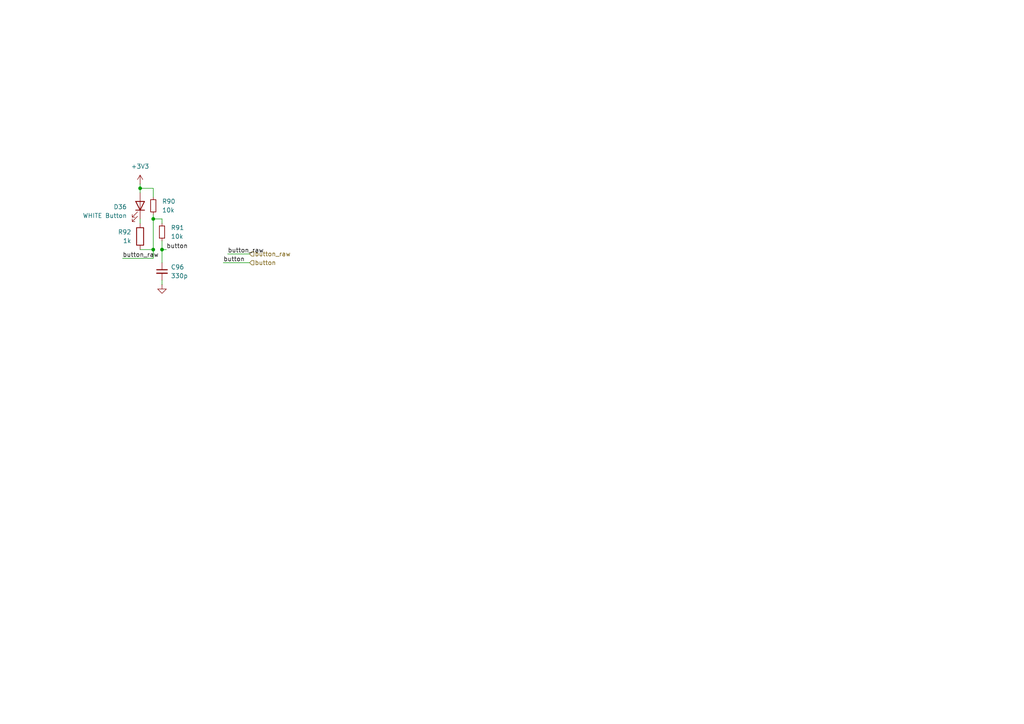
<source format=kicad_sch>
(kicad_sch (version 20231120) (generator "eeschema") (generator_version "8.0")
  (paper "A4")
  (title_block (title "EP6 VCU") (date "2024-09-30") (rev "1.0") (company "NTURacing") (comment 1 "郭哲明") (comment 2 "Electrical group"))
  (lib_symbols
    (symbol "Device:C_Small" (pin_numbers hide) (pin_names (offset 0.254) hide)
      (property "Reference" "C" (at 0.254 1.778 0))
      (property "Value" "C_Small" (at 0.254 -2.032 0))
      (symbol "C_Small_0_1"
        (polyline (pts (xy -1.524 -0.508) (xy 1.524 -0.508)) (stroke (width 0.3302)))
        (polyline (pts (xy -1.524 0.508) (xy 1.524 0.508)) (stroke (width 0.3048)))
      )
      (symbol "C_Small_1_1"
        (pin passive line (at 0 2.54 270) (length 2.032) (name "~") (number "1"))
        (pin passive line (at 0 -2.54 90) (length 2.032) (name "~") (number "2"))
      )
    )
    (symbol "Device:LED" (pin_numbers hide) (pin_names (offset 1.016) hide)
      (property "Reference" "D" (at 0 2.54 0))
      (property "Value" "LED" (at 0 -2.54 0))
      (symbol "LED_0_1"
        (polyline (pts (xy -1.27 -1.27) (xy -1.27 1.27)) (stroke (width 0.254)))
        (polyline (pts (xy -1.27 0) (xy 1.27 0)))
        (polyline (pts (xy 1.27 -1.27) (xy 1.27 1.27) (xy -1.27 0) (xy 1.27 -1.27)) (stroke (width 0.254)))
        (polyline (pts (xy -3.048 -0.762) (xy -4.572 -2.286) (xy -3.81 -2.286) (xy -4.572 -2.286) (xy -4.572 -1.524)))
        (polyline (pts (xy -1.778 -0.762) (xy -3.302 -2.286) (xy -2.54 -2.286) (xy -3.302 -2.286) (xy -3.302 -1.524)))
      )
      (symbol "LED_1_1"
        (pin passive line (at -3.81 0 0) (length 2.54) (name "K") (number "1"))
        (pin passive line (at 3.81 0 180) (length 2.54) (name "A") (number "2"))
      )
    )
    (symbol "Device:R" (pin_numbers hide) (pin_names (offset 0))
      (property "Reference" "R" (at 2.032 0 90))
      (property "Value" "R" (at 0 0 90))
      (symbol "R_0_1"
        (rectangle (start -1.016 -2.54) (end 1.016 2.54) (stroke (width 0.254)))
      )
      (symbol "R_1_1"
        (pin passive line (at 0 3.81 270) (length 1.27) (name "~") (number "1"))
        (pin passive line (at 0 -3.81 90) (length 1.27) (name "~") (number "2"))
      )
    )
    (symbol "Device:R_Small" (pin_numbers hide) (pin_names (offset 0.254) hide)
      (property "Reference" "R" (at 0.762 0.508 0))
      (property "Value" "R_Small" (at 0.762 -1.016 0))
      (symbol "R_Small_0_1"
        (rectangle (start -0.762 1.778) (end 0.762 -1.778) (stroke (width 0.2032)))
      )
      (symbol "R_Small_1_1"
        (pin passive line (at 0 2.54 270) (length 0.762) (name "~") (number "1"))
        (pin passive line (at 0 -2.54 90) (length 0.762) (name "~") (number "2"))
      )
    )
    (symbol "power:+3V3" (power) (pin_numbers hide) (pin_names (offset 0) hide)
      (property "Value" "+3V3" (at 0 3.556 0))
      (symbol "+3V3_0_1"
        (polyline (pts (xy -0.762 1.27) (xy 0 2.54)))
        (polyline (pts (xy 0 0) (xy 0 2.54)))
        (polyline (pts (xy 0 2.54) (xy 0.762 1.27)))
      )
      (symbol "+3V3_1_1"
        (pin power_in line (at 0 0 90) (length 0) (name "~") (number "1"))
      )
    )
    (symbol "power:GND" (power) (pin_numbers hide) (pin_names (offset 0) hide)
      (property "Value" "GND" (at 0 -3.81 0))
      (symbol "GND_0_1"
        (polyline (pts (xy 0 0) (xy 0 -1.27) (xy 1.27 -1.27) (xy 0 -2.54) (xy -1.27 -1.27) (xy 0 -1.27)))
      )
      (symbol "GND_1_1"
        (pin power_in line (at 0 0 270) (length 0) (name "~") (number "1"))
      )
    )
  )
  (junction (at 44.45 63.5))
  (junction (at 46.99 72.39))
  (junction (at 44.45 72.39))
  (junction (at 40.64 54.61))
  (wire (pts (xy 46.99 63.5) (xy 46.99 64.77)))
  (wire (pts (xy 64.77 76.2) (xy 72.39 76.2)))
  (wire (pts (xy 46.99 82.55) (xy 46.99 81.28)))
  (wire (pts (xy 40.64 54.61) (xy 40.64 55.88)))
  (wire (pts (xy 66.04 73.66) (xy 72.39 73.66)))
  (wire (pts (xy 46.99 69.85) (xy 46.99 72.39)))
  (wire (pts (xy 40.64 53.34) (xy 40.64 54.61)))
  (wire (pts (xy 44.45 63.5) (xy 44.45 72.39)))
  (wire (pts (xy 44.45 54.61) (xy 40.64 54.61)))
  (wire (pts (xy 44.45 62.23) (xy 44.45 63.5)))
  (wire (pts (xy 46.99 63.5) (xy 44.45 63.5)))
  (wire (pts (xy 44.45 57.15) (xy 44.45 54.61)))
  (wire (pts (xy 46.99 72.39) (xy 48.26 72.39)))
  (wire (pts (xy 44.45 74.93) (xy 44.45 72.39)))
  (wire (pts (xy 40.64 72.39) (xy 44.45 72.39)))
  (wire (pts (xy 46.99 72.39) (xy 46.99 76.2)))
  (wire (pts (xy 35.56 74.93) (xy 44.45 74.93)))
  (wire (pts (xy 40.64 64.77) (xy 40.64 63.5)))
  (label "button_raw" (at 66.04 73.66 0))
  (label "button" (at 64.77 76.2 0))
  (label "button_raw" (at 35.56 74.93 0))
  (label "button" (at 48.26 72.39 0))
  (hierarchical_label "button" (shape input) (at 72.39 76.2 0))
  (hierarchical_label "button_raw" (shape input) (at 72.39 73.66 0))
  (symbol (lib_id "Device:R_Small") (at 44.45 59.69 180) (unit 1)
    (property "Reference" "R90" (at 46.99 58.42 0) (effects (justify right)))
    (property "Value" "10k" (at 46.99 60.96 0) (effects (justify right)))
    (property "Footprint" "Resistor_SMD:R_0402_1005Metric" (effects (hide yes)))
    (property "Description" "Resistor, small symbol" (effects (hide yes)))
    (instances (project "VCU" (path "" (reference "R90") (unit 1)) (path "" (reference "R111") (unit 1)) (path "" (reference "R81") (unit 1)) (path "" (reference "R55") (unit 1)) (path "" (reference "R87") (unit 1)) (path "" (reference "R108") (unit 1)) (path "" (reference "R84") (unit 1))))
  )
  (symbol (lib_id "power:+3V3") (at 40.64 53.34 0) (unit 1)
    (property "Reference" "#PWR0191" (effects (hide yes)))
    (property "Value" "+3V3" (at 40.64 48.26 0))
    (property "Description" "Power symbol creates a global label with name \"+3V3\"" (effects (hide yes)))
    (instances (project "VCU" (path "" (reference "#PWR0191") (unit 1)) (path "" (reference "#PWR0208") (unit 1)) (path "" (reference "#PWR0185") (unit 1)) (path "" (reference "#PWR0113") (unit 1)) (path "" (reference "#PWR0189") (unit 1)) (path "" (reference "#PWR0206") (unit 1)) (path "" (reference "#PWR0187") (unit 1))))
  )
  (symbol (lib_id "Device:R_Small") (at 46.99 67.31 180) (unit 1)
    (property "Reference" "R91" (at 49.53 66.04 0) (effects (justify right)))
    (property "Value" "10k" (at 49.53 68.58 0) (effects (justify right)))
    (property "Footprint" "Resistor_SMD:R_0402_1005Metric" (effects (hide yes)))
    (property "Description" "Resistor, small symbol" (effects (hide yes)))
    (instances (project "VCU" (path "" (reference "R91") (unit 1)) (path "" (reference "R112") (unit 1)) (path "" (reference "R82") (unit 1)) (path "" (reference "R57") (unit 1)) (path "" (reference "R88") (unit 1)) (path "" (reference "R109") (unit 1)) (path "" (reference "R85") (unit 1))))
  )
  (symbol (lib_id "Device:R") (at 40.64 68.58 0) (mirror y) (unit 1)
    (property "Reference" "R92" (at 38.1 67.31 0) (effects (justify left)))
    (property "Value" "1k" (at 38.1 69.85 0) (effects (justify left)))
    (property "Footprint" "Resistor_SMD:R_0402_1005Metric" (effects (hide yes)))
    (property "Description" "Resistor" (effects (hide yes)))
    (instances (project "VCU" (path "" (reference "R92") (unit 1)) (path "" (reference "R113") (unit 1)) (path "" (reference "R83") (unit 1)) (path "" (reference "R58") (unit 1)) (path "" (reference "R89") (unit 1)) (path "" (reference "R110") (unit 1)) (path "" (reference "R86") (unit 1))))
  )
  (symbol (lib_id "power:GND") (at 46.99 82.55 0) (unit 1)
    (property "Reference" "#PWR0192" (effects (hide yes)))
    (property "Value" "GND" (effects (hide yes)))
    (property "Description" "Power symbol creates a global label with name \"GND\" , ground" (effects (hide yes)))
    (instances (project "VCU" (path "" (reference "#PWR0192") (unit 1)) (path "" (reference "#PWR0209") (unit 1)) (path "" (reference "#PWR0186") (unit 1)) (path "" (reference "#PWR0135") (unit 1)) (path "" (reference "#PWR0190") (unit 1)) (path "" (reference "#PWR0207") (unit 1)) (path "" (reference "#PWR0188") (unit 1))))
  )
  (symbol (lib_id "Device:LED") (at 40.64 59.69 270) (mirror x) (unit 1)
    (property "Reference" "D36" (at 36.83 60.0075 90) (effects (justify right)))
    (property "Value" "WHITE Button" (at 36.83 62.5475 90) (effects (justify right)))
    (property "Footprint" "LED_SMD:LED_0603_1608Metric" (effects (hide yes)))
    (property "Description" "Light emitting diode" (effects (hide yes)))
    (instances (project "VCU" (path "" (reference "D36") (unit 1)) (path "" (reference "D43") (unit 1)) (path "" (reference "D33") (unit 1)) (path "" (reference "D20") (unit 1)) (path "" (reference "D35") (unit 1)) (path "" (reference "D42") (unit 1)) (path "" (reference "D34") (unit 1))))
  )
  (symbol (lib_id "Device:C_Small") (at 46.99 78.74 0) (unit 1)
    (property "Reference" "C96" (at 49.53 77.4763 0) (effects (justify left)))
    (property "Value" "330p" (at 49.53 80.0163 0) (effects (justify left)))
    (property "Footprint" "Capacitor_SMD:C_0402_1005Metric" (effects (hide yes)))
    (property "Description" "Unpolarized capacitor, small symbol" (effects (hide yes)))
    (instances (project "VCU" (path "" (reference "C96") (unit 1)) (path "" (reference "C102") (unit 1)) (path "" (reference "C71") (unit 1)) (path "" (reference "C68") (unit 1)) (path "" (reference "C95") (unit 1)) (path "" (reference "C101") (unit 1)) (path "" (reference "C72") (unit 1))))
  )
)
</source>
